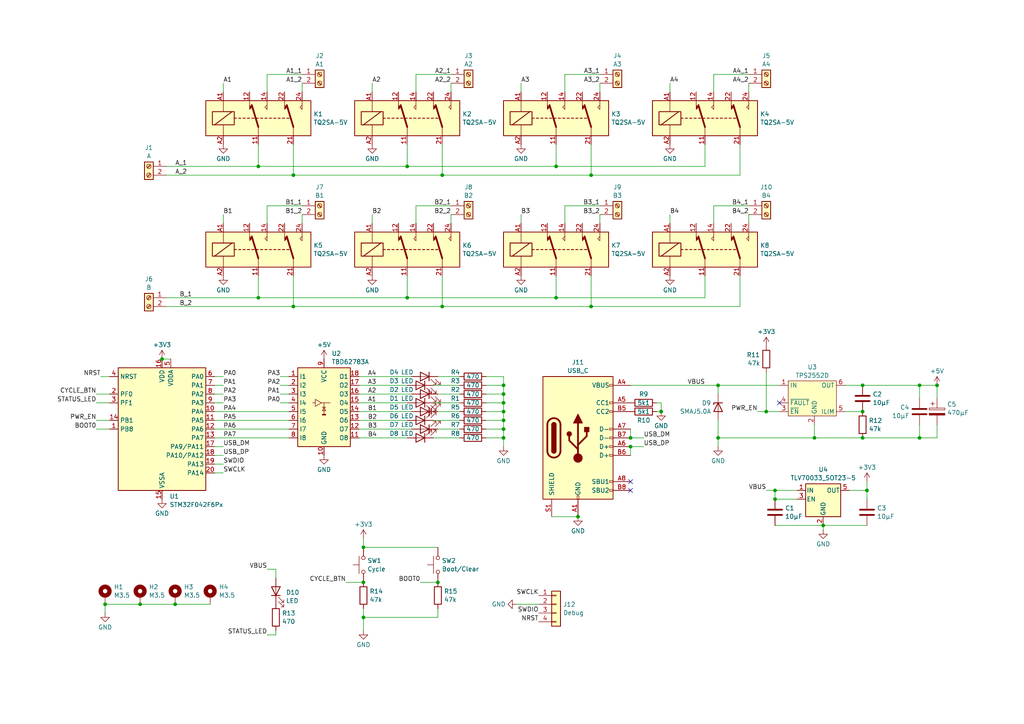
<source format=kicad_sch>
(kicad_sch (version 20230121) (generator eeschema)
  (paper "A4")
  (title_block (title "2x4 Relay Mux") (date "2024-02-10") (rev "1") (company "Petteri Aimonen / https://essentialscrap.com/"))
  (lib_symbols
    (symbol "Connector:Screw_Terminal_01x02" (pin_names (offset 1.016) hide)
      (property "Reference" "J" (at 0 2.54 0))
      (property "Value" "Screw_Terminal_01x02" (at 0 -5.08 0))
      (symbol "Screw_Terminal_01x02_1_1"
        (rectangle (start -1.27 1.27) (end 1.27 -3.81) (stroke (width 0.254)) (fill (type background)))
        (circle (center 0 -2.54) (radius 0.635) (stroke (width 0.1524)))
        (polyline (pts (xy -0.5334 -2.2098) (xy 0.3302 -3.048)) (stroke (width 0.1524)))
        (polyline (pts (xy -0.5334 0.3302) (xy 0.3302 -0.508)) (stroke (width 0.1524)))
        (polyline (pts (xy -0.3556 -2.032) (xy 0.508 -2.8702)) (stroke (width 0.1524)))
        (polyline (pts (xy -0.3556 0.508) (xy 0.508 -0.3302)) (stroke (width 0.1524)))
        (circle (center 0 0) (radius 0.635) (stroke (width 0.1524)))
        (pin passive line (at -5.08 0 0) (length 3.81) (name "Pin_1") (number "1"))
        (pin passive line (at -5.08 -2.54 0) (length 3.81) (name "Pin_2") (number "2"))
      )
    )
    (symbol "Connector:USB_C_Receptacle_USB2.0" (pin_names (offset 1.016))
      (property "Reference" "J" (at -10.16 19.05 0))
      (property "Value" "USB_C_Receptacle_USB2.0" (at 19.05 19.05 0))
      (symbol "USB_C_Receptacle_USB2.0_0_0"
        (rectangle (start -0.254 -17.78) (end 0.254 -16.764))
        (rectangle (start 10.16 -14.986) (end 9.144 -15.494))
        (rectangle (start 10.16 -12.446) (end 9.144 -12.954))
        (rectangle (start 10.16 -4.826) (end 9.144 -5.334))
        (rectangle (start 10.16 -2.286) (end 9.144 -2.794))
        (rectangle (start 10.16 0.254) (end 9.144 -0.254))
        (rectangle (start 10.16 2.794) (end 9.144 2.286))
        (rectangle (start 10.16 7.874) (end 9.144 7.366))
        (rectangle (start 10.16 10.414) (end 9.144 9.906))
        (rectangle (start 10.16 15.494) (end 9.144 14.986))
      )
      (symbol "USB_C_Receptacle_USB2.0_0_1"
        (rectangle (start -10.16 17.78) (end 10.16 -17.78) (stroke (width 0.254)) (fill (type background)))
        (arc (start -8.89 -3.81) (mid -6.985 -5.7067) (end -5.08 -3.81) (stroke (width 0.508)))
        (arc (start -7.62 -3.81) (mid -6.985 -4.4423) (end -6.35 -3.81) (stroke (width 0.254)))
        (arc (start -7.62 -3.81) (mid -6.985 -4.4423) (end -6.35 -3.81) (stroke (width 0.254)) (fill (type outline)))
        (rectangle (start -7.62 -3.81) (end -6.35 3.81) (stroke (width 0.254)) (fill (type outline)))
        (arc (start -6.35 3.81) (mid -6.985 4.4423) (end -7.62 3.81) (stroke (width 0.254)))
        (arc (start -6.35 3.81) (mid -6.985 4.4423) (end -7.62 3.81) (stroke (width 0.254)) (fill (type outline)))
        (arc (start -5.08 3.81) (mid -6.985 5.7067) (end -8.89 3.81) (stroke (width 0.508)))
        (circle (center -2.54 1.143) (radius 0.635) (stroke (width 0.254)) (fill (type outline)))
        (circle (center 0 -5.842) (radius 1.27) (fill (type outline)))
        (polyline (pts (xy -8.89 -3.81) (xy -8.89 3.81)) (stroke (width 0.508)))
        (polyline (pts (xy -5.08 3.81) (xy -5.08 -3.81)) (stroke (width 0.508)))
        (polyline (pts (xy 0 -5.842) (xy 0 4.318)) (stroke (width 0.508)))
        (polyline (pts (xy 0 -3.302) (xy -2.54 -0.762) (xy -2.54 0.508)) (stroke (width 0.508)))
        (polyline (pts (xy 0 -2.032) (xy 2.54 0.508) (xy 2.54 1.778)) (stroke (width 0.508)))
        (polyline (pts (xy -1.27 4.318) (xy 0 6.858) (xy 1.27 4.318) (xy -1.27 4.318)) (stroke (width 0.254)) (fill (type outline)))
        (rectangle (start 1.905 1.778) (end 3.175 3.048) (stroke (width 0.254)) (fill (type outline)))
      )
      (symbol "USB_C_Receptacle_USB2.0_1_1"
        (pin passive line (at 0 -22.86 90) (length 5.08) (name "GND") (number "A1"))
        (pin passive line (at 0 -22.86 90) (length 5.08) hide (name "GND") (number "A12"))
        (pin passive line (at 15.24 15.24 180) (length 5.08) (name "VBUS") (number "A4"))
        (pin bidirectional line (at 15.24 10.16 180) (length 5.08) (name "CC1") (number "A5"))
        (pin bidirectional line (at 15.24 -2.54 180) (length 5.08) (name "D+") (number "A6"))
        (pin bidirectional line (at 15.24 2.54 180) (length 5.08) (name "D-") (number "A7"))
        (pin bidirectional line (at 15.24 -12.7 180) (length 5.08) (name "SBU1") (number "A8"))
        (pin passive line (at 15.24 15.24 180) (length 5.08) hide (name "VBUS") (number "A9"))
        (pin passive line (at 0 -22.86 90) (length 5.08) hide (name "GND") (number "B1"))
        (pin passive line (at 0 -22.86 90) (length 5.08) hide (name "GND") (number "B12"))
        (pin passive line (at 15.24 15.24 180) (length 5.08) hide (name "VBUS") (number "B4"))
        (pin bidirectional line (at 15.24 7.62 180) (length 5.08) (name "CC2") (number "B5"))
        (pin bidirectional line (at 15.24 -5.08 180) (length 5.08) (name "D+") (number "B6"))
        (pin bidirectional line (at 15.24 0 180) (length 5.08) (name "D-") (number "B7"))
        (pin bidirectional line (at 15.24 -15.24 180) (length 5.08) (name "SBU2") (number "B8"))
        (pin passive line (at 15.24 15.24 180) (length 5.08) hide (name "VBUS") (number "B9"))
        (pin passive line (at -7.62 -22.86 90) (length 5.08) (name "SHIELD") (number "S1"))
      )
    )
    (symbol "Connector_Generic:Conn_01x04" (pin_names (offset 1.016) hide)
      (property "Reference" "J" (at 0 5.08 0))
      (property "Value" "Conn_01x04" (at 0 -7.62 0))
      (symbol "Conn_01x04_1_1"
        (rectangle (start -1.27 -4.953) (end 0 -5.207) (stroke (width 0.1524)))
        (rectangle (start -1.27 -2.413) (end 0 -2.667) (stroke (width 0.1524)))
        (rectangle (start -1.27 0.127) (end 0 -0.127) (stroke (width 0.1524)))
        (rectangle (start -1.27 2.667) (end 0 2.413) (stroke (width 0.1524)))
        (rectangle (start -1.27 3.81) (end 1.27 -6.35) (stroke (width 0.254)) (fill (type background)))
        (pin passive line (at -5.08 2.54 0) (length 3.81) (name "Pin_1") (number "1"))
        (pin passive line (at -5.08 0 0) (length 3.81) (name "Pin_2") (number "2"))
        (pin passive line (at -5.08 -2.54 0) (length 3.81) (name "Pin_3") (number "3"))
        (pin passive line (at -5.08 -5.08 0) (length 3.81) (name "Pin_4") (number "4"))
      )
    )
    (symbol "Device:C" (pin_numbers hide) (pin_names (offset 0.254))
      (property "Reference" "C" (at 0.635 2.54 0))
      (property "Value" "C" (at 0.635 -2.54 0))
      (symbol "C_0_1"
        (polyline (pts (xy -2.032 -0.762) (xy 2.032 -0.762)) (stroke (width 0.508)))
        (polyline (pts (xy -2.032 0.762) (xy 2.032 0.762)) (stroke (width 0.508)))
      )
      (symbol "C_1_1"
        (pin passive line (at 0 3.81 270) (length 2.794) (name "~") (number "1"))
        (pin passive line (at 0 -3.81 90) (length 2.794) (name "~") (number "2"))
      )
    )
    (symbol "Device:C_Polarized" (pin_numbers hide) (pin_names (offset 0.254))
      (property "Reference" "C" (at 0.635 2.54 0))
      (property "Value" "C_Polarized" (at 0.635 -2.54 0))
      (symbol "C_Polarized_0_1"
        (rectangle (start -2.286 0.508) (end 2.286 1.016))
        (polyline (pts (xy -1.778 2.286) (xy -0.762 2.286)))
        (polyline (pts (xy -1.27 2.794) (xy -1.27 1.778)))
        (rectangle (start 2.286 -0.508) (end -2.286 -1.016) (fill (type outline)))
      )
      (symbol "C_Polarized_1_1"
        (pin passive line (at 0 3.81 270) (length 2.794) (name "~") (number "1"))
        (pin passive line (at 0 -3.81 90) (length 2.794) (name "~") (number "2"))
      )
    )
    (symbol "Device:D_Zener" (pin_numbers hide) (pin_names (offset 1.016) hide)
      (property "Reference" "D" (at 0 2.54 0))
      (property "Value" "D_Zener" (at 0 -2.54 0))
      (symbol "D_Zener_0_1"
        (polyline (pts (xy 1.27 0) (xy -1.27 0)))
        (polyline (pts (xy -1.27 -1.27) (xy -1.27 1.27) (xy -0.762 1.27)) (stroke (width 0.254)))
        (polyline (pts (xy 1.27 -1.27) (xy 1.27 1.27) (xy -1.27 0) (xy 1.27 -1.27)) (stroke (width 0.254)))
      )
      (symbol "D_Zener_1_1"
        (pin passive line (at -3.81 0 0) (length 2.54) (name "K") (number "1"))
        (pin passive line (at 3.81 0 180) (length 2.54) (name "A") (number "2"))
      )
    )
    (symbol "Device:LED" (pin_numbers hide) (pin_names (offset 1.016) hide)
      (property "Reference" "D" (at 0 2.54 0))
      (property "Value" "LED" (at 0 -2.54 0))
      (symbol "LED_0_1"
        (polyline (pts (xy -1.27 -1.27) (xy -1.27 1.27)) (stroke (width 0.254)))
        (polyline (pts (xy -1.27 0) (xy 1.27 0)))
        (polyline (pts (xy 1.27 -1.27) (xy 1.27 1.27) (xy -1.27 0) (xy 1.27 -1.27)) (stroke (width 0.254)))
        (polyline (pts (xy -3.048 -0.762) (xy -4.572 -2.286) (xy -3.81 -2.286) (xy -4.572 -2.286) (xy -4.572 -1.524)))
        (polyline (pts (xy -1.778 -0.762) (xy -3.302 -2.286) (xy -2.54 -2.286) (xy -3.302 -2.286) (xy -3.302 -1.524)))
      )
      (symbol "LED_1_1"
        (pin passive line (at -3.81 0 0) (length 2.54) (name "K") (number "1"))
        (pin passive line (at 3.81 0 180) (length 2.54) (name "A") (number "2"))
      )
    )
    (symbol "Device:R" (pin_numbers hide) (pin_names (offset 0))
      (property "Reference" "R" (at 2.032 0 90))
      (property "Value" "R" (at 0 0 90))
      (symbol "R_0_1"
        (rectangle (start -1.016 -2.54) (end 1.016 2.54) (stroke (width 0.254)))
      )
      (symbol "R_1_1"
        (pin passive line (at 0 3.81 270) (length 1.27) (name "~") (number "1"))
        (pin passive line (at 0 -3.81 90) (length 1.27) (name "~") (number "2"))
      )
    )
    (symbol "MCU_ST_STM32F0:STM32F042F4Px"
      (property "Reference" "U" (at -12.7 19.05 0))
      (property "Value" "STM32F042F4Px" (at 5.08 19.05 0))
      (symbol "STM32F042F4Px_0_1"
        (rectangle (start -12.7 -17.78) (end 12.7 17.78) (stroke (width 0.254)) (fill (type background)))
      )
      (symbol "STM32F042F4Px_1_1"
        (pin bidirectional line (at -15.24 0 0) (length 2.54) (name "PB8") (number "1"))
        (pin bidirectional line (at 15.24 5.08 180) (length 2.54) (name "PA4") (number "10"))
        (pin bidirectional line (at 15.24 2.54 180) (length 2.54) (name "PA5") (number "11"))
        (pin bidirectional line (at 15.24 0 180) (length 2.54) (name "PA6") (number "12"))
        (pin bidirectional line (at 15.24 -2.54 180) (length 2.54) (name "PA7") (number "13"))
        (pin bidirectional line (at -15.24 2.54 0) (length 2.54) (name "PB1") (number "14"))
        (pin power_in line (at 0 -20.32 90) (length 2.54) (name "VSSA") (number "15"))
        (pin power_in line (at 0 20.32 270) (length 2.54) (name "VDD") (number "16"))
        (pin bidirectional line (at 15.24 -5.08 180) (length 2.54) (name "PA9/PA11") (number "17"))
        (pin bidirectional line (at 15.24 -7.62 180) (length 2.54) (name "PA10/PA12") (number "18"))
        (pin bidirectional line (at 15.24 -10.16 180) (length 2.54) (name "PA13") (number "19"))
        (pin bidirectional line (at -15.24 10.16 0) (length 2.54) (name "PF0") (number "2"))
        (pin bidirectional line (at 15.24 -12.7 180) (length 2.54) (name "PA14") (number "20"))
        (pin bidirectional line (at -15.24 7.62 0) (length 2.54) (name "PF1") (number "3"))
        (pin input line (at -15.24 15.24 0) (length 2.54) (name "NRST") (number "4"))
        (pin power_in line (at 2.54 20.32 270) (length 2.54) (name "VDDA") (number "5"))
        (pin bidirectional line (at 15.24 15.24 180) (length 2.54) (name "PA0") (number "6"))
        (pin bidirectional line (at 15.24 12.7 180) (length 2.54) (name "PA1") (number "7"))
        (pin bidirectional line (at 15.24 10.16 180) (length 2.54) (name "PA2") (number "8"))
        (pin bidirectional line (at 15.24 7.62 180) (length 2.54) (name "PA3") (number "9"))
      )
    )
    (symbol "Mechanical:MountingHole_Pad" (pin_numbers hide) (pin_names (offset 1.016) hide)
      (property "Reference" "H" (at 0 6.35 0))
      (property "Value" "MountingHole_Pad" (at 0 4.445 0))
      (symbol "MountingHole_Pad_0_1"
        (circle (center 0 1.27) (radius 1.27) (stroke (width 1.27)))
      )
      (symbol "MountingHole_Pad_1_1"
        (pin input line (at 0 -2.54 90) (length 2.54) (name "1") (number "1"))
      )
    )
    (symbol "Regulator_Linear:TLV70033_SOT23-5" (pin_names (offset 0.254))
      (property "Reference" "U" (at -3.81 5.715 0))
      (property "Value" "TLV70033_SOT23-5" (at 0 5.715 0))
      (symbol "TLV70033_SOT23-5_0_1"
        (rectangle (start -5.08 4.445) (end 5.08 -5.08) (stroke (width 0.254)) (fill (type background)))
      )
      (symbol "TLV70033_SOT23-5_1_1"
        (pin power_in line (at -7.62 2.54 0) (length 2.54) (name "IN") (number "1"))
        (pin power_in line (at 0 -7.62 90) (length 2.54) (name "GND") (number "2"))
        (pin input line (at -7.62 0 0) (length 2.54) (name "EN") (number "3"))
        (pin no_connect line (at 5.08 0 180) (length 2.54) hide (name "NC") (number "4"))
        (pin power_out line (at 7.62 2.54 180) (length 2.54) (name "OUT") (number "5"))
      )
    )
    (symbol "Relay:Relay_DPDT"
      (property "Reference" "K" (at 16.51 3.81 0))
      (property "Value" "Relay_DPDT" (at 16.51 1.27 0))
      (symbol "Relay_DPDT_0_1"
        (rectangle (start -15.24 5.08) (end 15.24 -5.08) (stroke (width 0.254)) (fill (type background)))
        (rectangle (start -13.335 1.905) (end -6.985 -1.905) (stroke (width 0.254)))
        (polyline (pts (xy -12.7 -1.905) (xy -7.62 1.905)) (stroke (width 0.254)))
        (polyline (pts (xy -10.16 -5.08) (xy -10.16 -1.905)))
        (polyline (pts (xy -10.16 5.08) (xy -10.16 1.905)))
        (polyline (pts (xy -6.985 0) (xy -6.35 0)) (stroke (width 0.254)))
        (polyline (pts (xy -5.715 0) (xy -5.08 0)) (stroke (width 0.254)))
        (polyline (pts (xy -4.445 0) (xy -3.81 0)) (stroke (width 0.254)))
        (polyline (pts (xy -3.175 0) (xy -2.54 0)) (stroke (width 0.254)))
        (polyline (pts (xy -1.905 0) (xy -1.27 0)) (stroke (width 0.254)))
        (polyline (pts (xy -0.635 0) (xy 0 0)) (stroke (width 0.254)))
        (polyline (pts (xy 0 -2.54) (xy -1.905 3.81)) (stroke (width 0.508)))
        (polyline (pts (xy 0 -2.54) (xy 0 -5.08)))
        (polyline (pts (xy 0.635 0) (xy 1.27 0)) (stroke (width 0.254)))
        (polyline (pts (xy 1.905 0) (xy 2.54 0)) (stroke (width 0.254)))
        (polyline (pts (xy 3.175 0) (xy 3.81 0)) (stroke (width 0.254)))
        (polyline (pts (xy 4.445 0) (xy 5.08 0)) (stroke (width 0.254)))
        (polyline (pts (xy 5.715 0) (xy 6.35 0)) (stroke (width 0.254)))
        (polyline (pts (xy 6.985 0) (xy 7.62 0)) (stroke (width 0.254)))
        (polyline (pts (xy 8.255 0) (xy 8.89 0)) (stroke (width 0.254)))
        (polyline (pts (xy 10.16 -2.54) (xy 8.255 3.81)) (stroke (width 0.508)))
        (polyline (pts (xy 10.16 -2.54) (xy 10.16 -5.08)))
        (polyline (pts (xy -2.54 5.08) (xy -2.54 2.54) (xy -1.905 3.175) (xy -2.54 3.81)) (fill (type outline)))
        (polyline (pts (xy 2.54 5.08) (xy 2.54 2.54) (xy 1.905 3.175) (xy 2.54 3.81)))
        (polyline (pts (xy 7.62 5.08) (xy 7.62 2.54) (xy 8.255 3.175) (xy 7.62 3.81)) (fill (type outline)))
        (polyline (pts (xy 12.7 5.08) (xy 12.7 2.54) (xy 12.065 3.175) (xy 12.7 3.81)))
      )
      (symbol "Relay_DPDT_1_1"
        (pin passive line (at 0 -7.62 90) (length 2.54) (name "~") (number "11"))
        (pin passive line (at -2.54 7.62 270) (length 2.54) (name "~") (number "12"))
        (pin passive line (at 2.54 7.62 270) (length 2.54) (name "~") (number "14"))
        (pin passive line (at 10.16 -7.62 90) (length 2.54) (name "~") (number "21"))
        (pin passive line (at 7.62 7.62 270) (length 2.54) (name "~") (number "22"))
        (pin passive line (at 12.7 7.62 270) (length 2.54) (name "~") (number "24"))
        (pin passive line (at -10.16 7.62 270) (length 2.54) (name "~") (number "A1"))
        (pin passive line (at -10.16 -7.62 90) (length 2.54) (name "~") (number "A2"))
      )
    )
    (symbol "Switch:SW_Push" (pin_numbers hide) (pin_names (offset 1.016) hide)
      (property "Reference" "SW" (at 1.27 2.54 0))
      (property "Value" "SW_Push" (at 0 -1.524 0))
      (symbol "SW_Push_0_1"
        (circle (center -2.032 0) (radius 0.508))
        (polyline (pts (xy 0 1.27) (xy 0 3.048)))
        (polyline (pts (xy 2.54 1.27) (xy -2.54 1.27)))
        (circle (center 2.032 0) (radius 0.508))
        (pin passive line (at -5.08 0 0) (length 2.54) (name "1") (number "1"))
        (pin passive line (at 5.08 0 180) (length 2.54) (name "2") (number "2"))
      )
    )
    (symbol "Transistor_Array:TBD62783A"
      (property "Reference" "U" (at -7.62 11.43 0))
      (property "Value" "TBD62783A" (at 1.27 11.43 0))
      (symbol "TBD62783A_0_1"
        (rectangle (start -7.62 10.16) (end 7.62 -12.7) (stroke (width 0.254)) (fill (type background)))
        (rectangle (start -0.508 -3.302) (end 0.508 -3.556) (fill (type outline)))
        (polyline (pts (xy -1.778 -2.794) (xy -1.778 -2.794)) (stroke (width 0.254)))
        (polyline (pts (xy -1.778 -2.032) (xy -1.778 -2.032)) (stroke (width 0.254)))
        (polyline (pts (xy -1.778 -1.27) (xy -1.778 -1.27)) (stroke (width 0.254)))
        (polyline (pts (xy -1.778 1.27) (xy -1.778 1.27)) (stroke (width 0.254)))
        (polyline (pts (xy -1.778 2.032) (xy -1.778 2.032)) (stroke (width 0.254)))
        (polyline (pts (xy -1.778 2.794) (xy -1.778 2.794)) (stroke (width 0.254)))
        (polyline (pts (xy -0.762 0) (xy 1.778 0)))
        (polyline (pts (xy -0.508 -1.27) (xy 0.508 -1.27)))
        (polyline (pts (xy 0 0) (xy 0 -3.302)))
        (polyline (pts (xy 0 0) (xy 0 0)) (stroke (width 0.508)))
        (polyline (pts (xy 0 -1.27) (xy -0.508 -2.286) (xy 0.508 -2.286) (xy 0 -1.27)))
        (polyline (pts (xy -3.302 0) (xy -2.54 0) (xy -2.54 1.016) (xy -0.762 0) (xy -2.54 -1.016) (xy -2.54 0)))
      )
      (symbol "TBD62783A_1_1"
        (pin input line (at -10.16 7.62 0) (length 2.54) (name "I1") (number "1"))
        (pin power_in line (at 0 -15.24 90) (length 2.54) (name "GND") (number "10"))
        (pin open_emitter line (at 10.16 -10.16 180) (length 2.54) (name "O8") (number "11"))
        (pin open_emitter line (at 10.16 -7.62 180) (length 2.54) (name "O7") (number "12"))
        (pin open_emitter line (at 10.16 -5.08 180) (length 2.54) (name "O6") (number "13"))
        (pin open_emitter line (at 10.16 -2.54 180) (length 2.54) (name "O5") (number "14"))
        (pin open_emitter line (at 10.16 0 180) (length 2.54) (name "O4") (number "15"))
        (pin open_emitter line (at 10.16 2.54 180) (length 2.54) (name "O3") (number "16"))
        (pin open_emitter line (at 10.16 5.08 180) (length 2.54) (name "O2") (number "17"))
        (pin open_emitter line (at 10.16 7.62 180) (length 2.54) (name "O1") (number "18"))
        (pin input line (at -10.16 5.08 0) (length 2.54) (name "I2") (number "2"))
        (pin input line (at -10.16 2.54 0) (length 2.54) (name "I3") (number "3"))
        (pin input line (at -10.16 0 0) (length 2.54) (name "I4") (number "4"))
        (pin input line (at -10.16 -2.54 0) (length 2.54) (name "I5") (number "5"))
        (pin input line (at -10.16 -5.08 0) (length 2.54) (name "I6") (number "6"))
        (pin input line (at -10.16 -7.62 0) (length 2.54) (name "I7") (number "7"))
        (pin input line (at -10.16 -10.16 0) (length 2.54) (name "I8") (number "8"))
        (pin power_in line (at 0 12.7 270) (length 2.54) (name "VCC") (number "9"))
      )
    )
    (symbol "power:+3V3" (power) (pin_names (offset 0))
      (property "Value" "+3V3" (at 0 3.556 0))
      (symbol "+3V3_0_1"
        (polyline (pts (xy -0.762 1.27) (xy 0 2.54)))
        (polyline (pts (xy 0 0) (xy 0 2.54)))
        (polyline (pts (xy 0 2.54) (xy 0.762 1.27)))
      )
      (symbol "+3V3_1_1"
        (pin power_in line (at 0 0 90) (length 0) hide (name "+3V3") (number "1"))
      )
    )
    (symbol "power:+5V" (power) (pin_names (offset 0))
      (property "Value" "+5V" (at 0 3.556 0))
      (symbol "+5V_0_1"
        (polyline (pts (xy -0.762 1.27) (xy 0 2.54)))
        (polyline (pts (xy 0 0) (xy 0 2.54)))
        (polyline (pts (xy 0 2.54) (xy 0.762 1.27)))
      )
      (symbol "+5V_1_1"
        (pin power_in line (at 0 0 90) (length 0) hide (name "+5V") (number "1"))
      )
    )
    (symbol "power:GND" (power) (pin_names (offset 0))
      (property "Value" "GND" (at 0 -3.81 0))
      (symbol "GND_0_1"
        (polyline (pts (xy 0 0) (xy 0 -1.27) (xy 1.27 -1.27) (xy 0 -2.54) (xy -1.27 -1.27) (xy 0 -1.27)))
      )
      (symbol "GND_1_1"
        (pin power_in line (at 0 0 270) (length 0) hide (name "GND") (number "1"))
      )
    )
    (symbol "relaymux:TPS2552D"
      (property "Reference" "U" (at -3.81 8.89 0))
      (property "Value" "TPS2552D" (at 0 6.35 0))
      (symbol "TPS2552D_0_0"
        (pin power_in line (at -10.16 3.81 0) (length 2.54) (name "IN") (number "1"))
        (pin passive line (at 0 -7.62 90) (length 2.54) (name "GND") (number "2"))
        (pin input line (at -10.16 -3.81 0) (length 2.54) (name "~{EN}") (number "3"))
        (pin open_collector line (at -10.16 -1.27 0) (length 2.54) (name "~{FAULT}") (number "4"))
        (pin passive line (at 8.89 -3.81 180) (length 2.54) (name "ILIM") (number "5"))
        (pin power_out line (at 8.89 3.81 180) (length 2.54) (name "OUT") (number "6"))
      )
      (symbol "TPS2552D_1_1"
        (rectangle (start -7.62 5.08) (end 6.35 -5.08) (fill (type background)))
      )
    )
  )
  (junction (at 50.8 175.26))
  (junction (at 146.05 111.76))
  (junction (at 85.09 50.8))
  (junction (at 118.11 48.26))
  (junction (at 146.05 127))
  (junction (at 171.45 88.9))
  (junction (at 40.64 175.26))
  (junction (at 208.28 111.76))
  (junction (at 161.29 48.26))
  (junction (at 105.41 179.07))
  (junction (at 251.46 142.24))
  (junction (at 191.77 119.38))
  (junction (at 224.79 142.24))
  (junction (at 105.41 168.91))
  (junction (at 271.78 111.76))
  (junction (at 146.05 121.92))
  (junction (at 236.22 127))
  (junction (at 105.41 158.75))
  (junction (at 222.25 119.38))
  (junction (at 182.88 129.54))
  (junction (at 182.88 127))
  (junction (at 238.76 152.4))
  (junction (at 250.19 119.38))
  (junction (at 250.19 111.76))
  (junction (at 146.05 116.84))
  (junction (at 146.05 119.38))
  (junction (at 128.27 50.8))
  (junction (at 224.79 144.78))
  (junction (at 74.93 86.36))
  (junction (at 167.64 149.86))
  (junction (at 266.7 111.76))
  (junction (at 46.99 104.14))
  (junction (at 128.27 88.9))
  (junction (at 127 168.91))
  (junction (at 85.09 88.9))
  (junction (at 118.11 86.36))
  (junction (at 146.05 114.3))
  (junction (at 74.93 48.26))
  (junction (at 250.19 127))
  (junction (at 30.48 175.26))
  (junction (at 266.7 127))
  (junction (at 146.05 124.46))
  (junction (at 161.29 86.36))
  (junction (at 208.28 127))
  (junction (at 171.45 50.8))
  (no_connect (at 182.88 139.7))
  (no_connect (at 226.06 116.84))
  (no_connect (at 182.88 142.24))
  (wire (pts (xy 128.27 50.8) (xy 171.45 50.8)))
  (wire (pts (xy 40.64 175.26) (xy 50.8 175.26)))
  (wire (pts (xy 173.99 64.77) (xy 173.99 62.23)))
  (wire (pts (xy 130.81 64.77) (xy 130.81 62.23)))
  (wire (pts (xy 146.05 114.3) (xy 146.05 111.76)))
  (wire (pts (xy 27.94 114.3) (xy 31.75 114.3)))
  (wire (pts (xy 100.33 168.91) (xy 105.41 168.91)))
  (wire (pts (xy 62.23 116.84) (xy 64.77 116.84)))
  (wire (pts (xy 194.31 62.23) (xy 194.31 64.77)))
  (wire (pts (xy 130.81 59.69) (xy 120.65 59.69)))
  (wire (pts (xy 128.27 88.9) (xy 128.27 80.01)))
  (wire (pts (xy 127 176.53) (xy 127 179.07)))
  (wire (pts (xy 81.28 116.84) (xy 83.82 116.84)))
  (wire (pts (xy 62.23 114.3) (xy 64.77 114.3)))
  (wire (pts (xy 64.77 129.54) (xy 62.23 129.54)))
  (wire (pts (xy 140.97 124.46) (xy 146.05 124.46)))
  (wire (pts (xy 251.46 139.7) (xy 251.46 142.24)))
  (wire (pts (xy 161.29 86.36) (xy 204.47 86.36)))
  (wire (pts (xy 105.41 179.07) (xy 127 179.07)))
  (wire (pts (xy 77.47 21.59) (xy 77.47 26.67)))
  (wire (pts (xy 266.7 123.19) (xy 266.7 127)))
  (wire (pts (xy 74.93 86.36) (xy 118.11 86.36)))
  (wire (pts (xy 30.48 177.8) (xy 30.48 175.26)))
  (wire (pts (xy 204.47 48.26) (xy 204.47 41.91)))
  (wire (pts (xy 161.29 48.26) (xy 161.29 41.91)))
  (wire (pts (xy 104.14 121.92) (xy 118.11 121.92)))
  (wire (pts (xy 271.78 127) (xy 271.78 123.19)))
  (wire (pts (xy 186.69 127) (xy 182.88 127)))
  (wire (pts (xy 207.01 59.69) (xy 207.01 64.77)))
  (wire (pts (xy 222.25 119.38) (xy 226.06 119.38)))
  (wire (pts (xy 62.23 109.22) (xy 64.77 109.22)))
  (wire (pts (xy 140.97 111.76) (xy 146.05 111.76)))
  (wire (pts (xy 81.28 109.22) (xy 83.82 109.22)))
  (wire (pts (xy 186.69 129.54) (xy 182.88 129.54)))
  (wire (pts (xy 118.11 86.36) (xy 161.29 86.36)))
  (wire (pts (xy 74.93 86.36) (xy 74.93 80.01)))
  (wire (pts (xy 105.41 156.21) (xy 105.41 158.75)))
  (wire (pts (xy 80.01 165.1) (xy 80.01 167.64)))
  (wire (pts (xy 104.14 124.46) (xy 119.38 124.46)))
  (wire (pts (xy 208.28 111.76) (xy 208.28 114.3)))
  (wire (pts (xy 105.41 176.53) (xy 105.41 179.07)))
  (wire (pts (xy 121.92 168.91) (xy 127 168.91)))
  (wire (pts (xy 27.94 121.92) (xy 31.75 121.92)))
  (wire (pts (xy 191.77 116.84) (xy 190.5 116.84)))
  (wire (pts (xy 173.99 26.67) (xy 173.99 24.13)))
  (wire (pts (xy 104.14 119.38) (xy 119.38 119.38)))
  (wire (pts (xy 105.41 182.88) (xy 105.41 179.07)))
  (wire (pts (xy 62.23 121.92) (xy 83.82 121.92)))
  (wire (pts (xy 30.48 175.26) (xy 40.64 175.26)))
  (wire (pts (xy 222.25 142.24) (xy 224.79 142.24)))
  (wire (pts (xy 87.63 26.67) (xy 87.63 24.13)))
  (wire (pts (xy 171.45 88.9) (xy 171.45 80.01)))
  (wire (pts (xy 48.26 88.9) (xy 85.09 88.9)))
  (wire (pts (xy 140.97 119.38) (xy 146.05 119.38)))
  (wire (pts (xy 146.05 116.84) (xy 146.05 114.3)))
  (wire (pts (xy 64.77 24.13) (xy 64.77 26.67)))
  (wire (pts (xy 85.09 50.8) (xy 128.27 50.8)))
  (wire (pts (xy 74.93 48.26) (xy 118.11 48.26)))
  (wire (pts (xy 182.88 111.76) (xy 208.28 111.76)))
  (wire (pts (xy 146.05 127) (xy 146.05 124.46)))
  (wire (pts (xy 127 119.38) (xy 133.35 119.38)))
  (wire (pts (xy 107.95 62.23) (xy 107.95 64.77)))
  (wire (pts (xy 182.88 129.54) (xy 182.88 132.08)))
  (wire (pts (xy 62.23 124.46) (xy 83.82 124.46)))
  (wire (pts (xy 130.81 26.67) (xy 130.81 24.13)))
  (wire (pts (xy 125.73 111.76) (xy 133.35 111.76)))
  (wire (pts (xy 104.14 114.3) (xy 119.38 114.3)))
  (wire (pts (xy 27.94 116.84) (xy 31.75 116.84)))
  (wire (pts (xy 104.14 127) (xy 118.11 127)))
  (wire (pts (xy 238.76 152.4) (xy 251.46 152.4)))
  (wire (pts (xy 224.79 152.4) (xy 238.76 152.4)))
  (wire (pts (xy 104.14 109.22) (xy 119.38 109.22)))
  (wire (pts (xy 266.7 127) (xy 271.78 127)))
  (wire (pts (xy 163.83 59.69) (xy 163.83 64.77)))
  (wire (pts (xy 182.88 127) (xy 182.88 124.46)))
  (wire (pts (xy 146.05 121.92) (xy 146.05 119.38)))
  (wire (pts (xy 127 124.46) (xy 133.35 124.46)))
  (wire (pts (xy 64.77 62.23) (xy 64.77 64.77)))
  (wire (pts (xy 85.09 88.9) (xy 85.09 80.01)))
  (wire (pts (xy 245.11 111.76) (xy 250.19 111.76)))
  (wire (pts (xy 48.26 48.26) (xy 74.93 48.26)))
  (wire (pts (xy 77.47 59.69) (xy 77.47 64.77)))
  (wire (pts (xy 208.28 127) (xy 208.28 129.54)))
  (wire (pts (xy 87.63 21.59) (xy 77.47 21.59)))
  (wire (pts (xy 125.73 127) (xy 133.35 127)))
  (wire (pts (xy 245.11 119.38) (xy 250.19 119.38)))
  (wire (pts (xy 219.71 119.38) (xy 222.25 119.38)))
  (wire (pts (xy 140.97 121.92) (xy 146.05 121.92)))
  (wire (pts (xy 250.19 127) (xy 266.7 127)))
  (wire (pts (xy 151.13 62.23) (xy 151.13 64.77)))
  (wire (pts (xy 125.73 121.92) (xy 133.35 121.92)))
  (wire (pts (xy 140.97 114.3) (xy 146.05 114.3)))
  (wire (pts (xy 87.63 59.69) (xy 77.47 59.69)))
  (wire (pts (xy 62.23 111.76) (xy 64.77 111.76)))
  (wire (pts (xy 204.47 86.36) (xy 204.47 80.01)))
  (wire (pts (xy 62.23 134.62) (xy 64.77 134.62)))
  (wire (pts (xy 74.93 48.26) (xy 74.93 41.91)))
  (wire (pts (xy 224.79 144.78) (xy 231.14 144.78)))
  (wire (pts (xy 222.25 107.95) (xy 222.25 119.38)))
  (wire (pts (xy 236.22 127) (xy 250.19 127)))
  (wire (pts (xy 105.41 158.75) (xy 127 158.75)))
  (wire (pts (xy 87.63 64.77) (xy 87.63 62.23)))
  (wire (pts (xy 48.26 50.8) (xy 85.09 50.8)))
  (wire (pts (xy 146.05 119.38) (xy 146.05 116.84)))
  (wire (pts (xy 81.28 114.3) (xy 83.82 114.3)))
  (wire (pts (xy 171.45 88.9) (xy 214.63 88.9)))
  (wire (pts (xy 127 109.22) (xy 133.35 109.22)))
  (wire (pts (xy 146.05 124.46) (xy 146.05 121.92)))
  (wire (pts (xy 191.77 116.84) (xy 191.77 119.38)))
  (wire (pts (xy 62.23 132.08) (xy 64.77 132.08)))
  (wire (pts (xy 128.27 50.8) (xy 128.27 41.91)))
  (wire (pts (xy 146.05 109.22) (xy 140.97 109.22)))
  (wire (pts (xy 85.09 50.8) (xy 85.09 41.91)))
  (wire (pts (xy 161.29 86.36) (xy 161.29 80.01)))
  (wire (pts (xy 250.19 111.76) (xy 266.7 111.76)))
  (wire (pts (xy 62.23 127) (xy 83.82 127)))
  (wire (pts (xy 251.46 142.24) (xy 251.46 144.78)))
  (wire (pts (xy 104.14 116.84) (xy 118.11 116.84)))
  (wire (pts (xy 85.09 88.9) (xy 128.27 88.9)))
  (wire (pts (xy 208.28 127) (xy 236.22 127)))
  (wire (pts (xy 217.17 64.77) (xy 217.17 62.23)))
  (wire (pts (xy 62.23 119.38) (xy 83.82 119.38)))
  (wire (pts (xy 128.27 88.9) (xy 171.45 88.9)))
  (wire (pts (xy 217.17 21.59) (xy 207.01 21.59)))
  (wire (pts (xy 118.11 86.36) (xy 118.11 80.01)))
  (wire (pts (xy 214.63 50.8) (xy 214.63 41.91)))
  (wire (pts (xy 80.01 182.88) (xy 80.01 184.15)))
  (wire (pts (xy 107.95 24.13) (xy 107.95 26.67)))
  (wire (pts (xy 224.79 142.24) (xy 231.14 142.24)))
  (wire (pts (xy 140.97 127) (xy 146.05 127)))
  (wire (pts (xy 104.14 111.76) (xy 118.11 111.76)))
  (wire (pts (xy 161.29 48.26) (xy 204.47 48.26)))
  (wire (pts (xy 77.47 184.15) (xy 80.01 184.15)))
  (wire (pts (xy 208.28 111.76) (xy 226.06 111.76)))
  (wire (pts (xy 151.13 24.13) (xy 151.13 26.67)))
  (wire (pts (xy 194.31 24.13) (xy 194.31 26.67)))
  (wire (pts (xy 46.99 104.14) (xy 49.53 104.14)))
  (wire (pts (xy 207.01 21.59) (xy 207.01 26.67)))
  (wire (pts (xy 163.83 21.59) (xy 163.83 26.67)))
  (wire (pts (xy 29.21 109.22) (xy 31.75 109.22)))
  (wire (pts (xy 48.26 86.36) (xy 74.93 86.36)))
  (wire (pts (xy 217.17 59.69) (xy 207.01 59.69)))
  (wire (pts (xy 125.73 116.84) (xy 133.35 116.84)))
  (wire (pts (xy 81.28 111.76) (xy 83.82 111.76)))
  (wire (pts (xy 191.77 119.38) (xy 190.5 119.38)))
  (wire (pts (xy 130.81 21.59) (xy 120.65 21.59)))
  (wire (pts (xy 217.17 26.67) (xy 217.17 24.13)))
  (wire (pts (xy 77.47 165.1) (xy 80.01 165.1)))
  (wire (pts (xy 118.11 48.26) (xy 118.11 41.91)))
  (wire (pts (xy 146.05 111.76) (xy 146.05 109.22)))
  (wire (pts (xy 120.65 21.59) (xy 120.65 26.67)))
  (wire (pts (xy 266.7 111.76) (xy 266.7 115.57)))
  (wire (pts (xy 140.97 116.84) (xy 146.05 116.84)))
  (wire (pts (xy 127 114.3) (xy 133.35 114.3)))
  (wire (pts (xy 236.22 123.19) (xy 236.22 127)))
  (wire (pts (xy 167.64 149.86) (xy 160.02 149.86)))
  (wire (pts (xy 266.7 111.76) (xy 271.78 111.76)))
  (wire (pts (xy 246.38 142.24) (xy 251.46 142.24)))
  (wire (pts (xy 120.65 59.69) (xy 120.65 64.77)))
  (wire (pts (xy 149.86 175.26) (xy 156.21 175.26)))
  (wire (pts (xy 214.63 88.9) (xy 214.63 80.01)))
  (wire (pts (xy 146.05 129.54) (xy 146.05 127)))
  (wire (pts (xy 224.79 142.24) (xy 224.79 144.78)))
  (wire (pts (xy 171.45 50.8) (xy 171.45 41.91)))
  (wire (pts (xy 271.78 115.57) (xy 271.78 111.76)))
  (wire (pts (xy 62.23 137.16) (xy 64.77 137.16)))
  (wire (pts (xy 173.99 59.69) (xy 163.83 59.69)))
  (wire (pts (xy 173.99 21.59) (xy 163.83 21.59)))
  (wire (pts (xy 27.94 124.46) (xy 31.75 124.46)))
  (wire (pts (xy 171.45 50.8) (xy 214.63 50.8)))
  (wire (pts (xy 50.8 175.26) (xy 60.96 175.26)))
  (wire (pts (xy 238.76 152.4) (xy 238.76 153.67)))
  (wire (pts (xy 208.28 121.92) (xy 208.28 127)))
  (wire (pts (xy 118.11 48.26) (xy 161.29 48.26)))
  (label "B2_1" (at 130.81 59.69 180))
  (label "PA0" (at 81.28 116.84 180))
  (label "B_2" (at 52.07 88.9 0))
  (label "STATUS_LED" (at 77.47 184.15 180))
  (label "PA3" (at 81.28 109.22 180))
  (label "B1_2" (at 87.63 62.23 180))
  (label "A3_2" (at 173.99 24.13 180))
  (label "B4_1" (at 217.17 59.69 180))
  (label "B3_2" (at 173.99 62.23 180))
  (label "A4_2" (at 217.17 24.13 180))
  (label "B4" (at 106.68 127 0))
  (label "USB_DP" (at 64.77 132.08 0))
  (label "VBUS" (at 77.47 165.1 180))
  (label "A1_1" (at 87.63 21.59 180))
  (label "PA2" (at 64.77 114.3 0))
  (label "USB_DP" (at 186.69 129.54 0))
  (label "A1" (at 64.77 24.13 0))
  (label "SWDIO" (at 64.77 134.62 0))
  (label "PA7" (at 64.77 127 0))
  (label "B2_2" (at 130.81 62.23 180))
  (label "PWR_EN" (at 27.94 121.92 180))
  (label "B1" (at 64.77 62.23 0))
  (label "B4" (at 194.31 62.23 0))
  (label "A3_1" (at 173.99 21.59 180))
  (label "PA3" (at 64.77 116.84 0))
  (label "B4_2" (at 217.17 62.23 180))
  (label "PA4" (at 64.77 119.38 0))
  (label "B2" (at 106.68 121.92 0))
  (label "A4" (at 194.31 24.13 0))
  (label "PA1" (at 81.28 114.3 180))
  (label "NRST" (at 29.21 109.22 180))
  (label "PA6" (at 64.77 124.46 0))
  (label "B1" (at 106.68 119.38 0))
  (label "PA2" (at 81.28 111.76 180))
  (label "A1_2" (at 87.63 24.13 180))
  (label "A3" (at 106.68 111.76 0))
  (label "A4_1" (at 217.17 21.59 180))
  (label "A2" (at 107.95 24.13 0))
  (label "STATUS_LED" (at 27.94 116.84 180))
  (label "A2" (at 106.68 114.3 0))
  (label "PWR_EN" (at 219.71 119.38 180))
  (label "A4" (at 106.68 109.22 0))
  (label "VBUS" (at 222.25 142.24 180))
  (label "B2" (at 107.95 62.23 0))
  (label "A1" (at 106.68 116.84 0))
  (label "NRST" (at 156.21 180.34 180))
  (label "B3" (at 106.68 124.46 0))
  (label "SWCLK" (at 156.21 172.72 180))
  (label "B1_1" (at 87.63 59.69 180))
  (label "VBUS" (at 199.39 111.76 0))
  (label "BOOT0" (at 27.94 124.46 180))
  (label "B_1" (at 52.07 86.36 0))
  (label "B3" (at 151.13 62.23 0))
  (label "PA5" (at 64.77 121.92 0))
  (label "A3" (at 151.13 24.13 0))
  (label "A_1" (at 50.8 48.26 0))
  (label "SWCLK" (at 64.77 137.16 0))
  (label "PA0" (at 64.77 109.22 0))
  (label "PA1" (at 64.77 111.76 0))
  (label "CYCLE_BTN" (at 100.33 168.91 180))
  (label "USB_DM" (at 186.69 127 0))
  (label "USB_DM" (at 64.77 129.54 0))
  (label "SWDIO" (at 156.21 177.8 180))
  (label "BOOT0" (at 121.92 168.91 180))
  (label "B3_1" (at 173.99 59.69 180))
  (label "A2_2" (at 130.81 24.13 180))
  (label "CYCLE_BTN" (at 27.94 114.3 180))
  (label "A_2" (at 50.8 50.8 0))
  (label "A2_1" (at 130.81 21.59 180))
  (symbol (lib_id "Relay:Relay_DPDT") (at 74.93 34.29 0) (unit 1)
    (property "Reference" "K1" (at 90.932 33.0779 0) (effects (justify left)))
    (property "Value" "TQ2SA-5V" (at 90.932 35.5021 0) (effects (justify left)))
    (property "Footprint" "relaymux:Relay_TQ2SA" (effects hide))
    (property "MPN" "TQ2SA-5V" (effects hide))
  )
  (symbol (lib_id "power:+3V3") (at 46.99 104.14 0) (unit 1)
    (property "Reference" "#PWR09" (effects hide))
    (property "Value" "+3V3" (at 46.99 100.0069 0))
  )
  (symbol (lib_id "Device:R") (at 137.16 124.46 90) (unit 1)
    (property "Reference" "R7" (at 132.08 123.19 90))
    (property "Value" "470" (at 137.16 124.46 90))
    (property "Footprint" "Resistor_SMD:R_0805_2012Metric" (effects hide))
  )
  (symbol (lib_id "power:GND") (at 93.98 132.08 0) (unit 1)
    (property "Reference" "#PWR012" (effects hide))
    (property "Value" "GND" (at 93.98 136.2131 0))
  )
  (symbol (lib_id "Device:LED") (at 123.19 119.38 180) (unit 1)
    (property "Reference" "D5" (at 114.3 118.11 0))
    (property "Value" "LED" (at 118.11 118.11 0))
    (property "Footprint" "relaymux:LED_LTST-C230" (effects hide))
    (property "MPN" "LTST-C230KGKT" (effects hide))
  )
  (symbol (lib_id "Relay:Relay_DPDT") (at 204.47 34.29 0) (unit 1)
    (property "Reference" "K4" (at 220.472 33.0779 0) (effects (justify left)))
    (property "Value" "TQ2SA-5V" (at 220.472 35.5021 0) (effects (justify left)))
    (property "Footprint" "relaymux:Relay_TQ2SA" (effects hide))
    (property "MPN" "TQ2SA-5V" (effects hide))
  )
  (symbol (lib_id "Device:LED") (at 121.92 127 180) (unit 1)
    (property "Reference" "D8" (at 114.3 125.73 0))
    (property "Value" "LED" (at 118.11 125.73 0))
    (property "Footprint" "relaymux:LED_LTST-C230" (effects hide))
    (property "MPN" "LTST-C230KGKT" (effects hide))
  )
  (symbol (lib_id "Device:R") (at 137.16 109.22 90) (unit 1)
    (property "Reference" "R4" (at 132.08 107.95 90))
    (property "Value" "470" (at 137.16 109.22 90))
    (property "Footprint" "Resistor_SMD:R_0805_2012Metric" (effects hide))
  )
  (symbol (lib_id "Connector:USB_C_Receptacle_USB2.0") (at 167.64 127 0) (unit 1)
    (property "Reference" "J11" (at 167.64 105.0757 0))
    (property "Value" "USB_C" (at 167.64 107.4999 0))
    (property "Footprint" "Connector_USB:USB_C_Receptacle_JAE_DX07S016JA1R1500" (effects hide))
    (property "Datasheet" "https://www.usb.org/sites/default/files/documents/usb_type-c.zip" (effects hide))
  )
  (symbol (lib_id "power:GND") (at 64.77 41.91 0) (unit 1)
    (property "Reference" "#PWR01" (effects hide))
    (property "Value" "GND" (at 64.77 46.0431 0))
  )
  (symbol (lib_id "power:GND") (at 149.86 175.26 270) (mirror x) (unit 1)
    (property "Reference" "#PWR024" (effects hide))
    (property "Value" "GND" (at 146.6851 175.26 90) (effects (justify right)))
  )
  (symbol (lib_id "MCU_ST_STM32F0:STM32F042F4Px") (at 46.99 124.46 0) (unit 1)
    (property "Reference" "U1" (at 49.1841 143.9601 0) (effects (justify left)))
    (property "Value" "STM32F042F6Px" (at 49.1841 146.3843 0) (effects (justify left)))
    (property "Footprint" "Package_SO:TSSOP-20_4.4x6.5mm_P0.65mm" (effects hide))
    (property "Datasheet" "https://www.st.com/resource/en/datasheet/stm32f042f4.pdf" (effects hide))
  )
  (symbol (lib_id "Device:R") (at 137.16 114.3 90) (unit 1)
    (property "Reference" "R2" (at 132.08 113.03 90))
    (property "Value" "470" (at 137.16 114.3 90))
    (property "Footprint" "Resistor_SMD:R_0805_2012Metric" (effects hide))
  )
  (symbol (lib_id "Connector:Screw_Terminal_01x02") (at 43.18 86.36 0) (mirror y) (unit 1)
    (property "Reference" "J6" (at 43.18 80.9457 0))
    (property "Value" "B" (at 43.18 83.3699 0))
    (property "Footprint" "relaymux:Binding_Post_Pair" (effects hide))
  )
  (symbol (lib_id "power:GND") (at 107.95 80.01 0) (unit 1)
    (property "Reference" "#PWR06" (effects hide))
    (property "Value" "GND" (at 107.95 84.1431 0))
  )
  (symbol (lib_id "Regulator_Linear:TLV70033_SOT23-5") (at 238.76 144.78 0) (unit 1)
    (property "Reference" "U4" (at 238.76 136.1907 0))
    (property "Value" "TLV70033_SOT23-5" (at 238.76 138.6149 0))
    (property "Footprint" "Package_TO_SOT_SMD:SOT-23-5" (effects hide))
    (property "Datasheet" "http://www.ti.com/lit/ds/symlink/tlv700.pdf" (effects hide))
  )
  (symbol (lib_id "Mechanical:MountingHole_Pad") (at 40.64 172.72 0) (unit 1)
    (property "Reference" "H2" (at 43.18 170.2379 0) (effects (justify left)))
    (property "Value" "M3.5" (at 43.18 172.6621 0) (effects (justify left)))
    (property "Footprint" "MountingHole:MountingHole_4mm_Pad" (effects hide))
  )
  (symbol (lib_id "Connector:Screw_Terminal_01x02") (at 135.89 59.69 0) (unit 1)
    (property "Reference" "J8" (at 135.89 54.2757 0))
    (property "Value" "B2" (at 135.89 56.6999 0))
    (property "Footprint" "relaymux:Binding_Post_Pair_60deg" (effects hide))
  )
  (symbol (lib_id "power:GND") (at 151.13 80.01 0) (unit 1)
    (property "Reference" "#PWR07" (effects hide))
    (property "Value" "GND" (at 151.13 84.1431 0))
  )
  (symbol (lib_id "Device:R") (at 186.69 119.38 270) (unit 1)
    (property "Reference" "R10" (at 186.69 121.92 90))
    (property "Value" "5k1" (at 186.69 119.38 90))
    (property "Footprint" "Resistor_SMD:R_0805_2012Metric" (effects hide))
  )
  (symbol (lib_id "Transistor_Array:TBD62783A") (at 93.98 116.84 0) (unit 1)
    (property "Reference" "U2" (at 96.1741 102.5357 0) (effects (justify left)))
    (property "Value" "TBD62783A" (at 96.1741 104.9599 0) (effects (justify left)))
    (property "Footprint" "Package_SO:SOP-18_7x12.5mm_P1.27mm" (effects hide))
    (property "Datasheet" "http://toshiba.semicon-storage.com/info/docget.jsp?did=30523&prodName=TBD62783APG" (effects hide))
  )
  (symbol (lib_id "Device:R") (at 80.01 179.07 180) (unit 1)
    (property "Reference" "R13" (at 81.788 177.8579 0) (effects (justify right)))
    (property "Value" "470" (at 81.788 180.2821 0) (effects (justify right)))
    (property "Footprint" "Resistor_SMD:R_0805_2012Metric" (effects hide))
  )
  (symbol (lib_id "Device:C") (at 224.79 148.59 0) (unit 1)
    (property "Reference" "C1" (at 227.711 147.3779 0) (effects (justify left)))
    (property "Value" "10µF" (at 227.711 149.8021 0) (effects (justify left)))
    (property "Footprint" "Capacitor_SMD:C_0805_2012Metric" (effects hide))
  )
  (symbol (lib_id "power:GND") (at 238.76 153.67 0) (unit 1)
    (property "Reference" "#PWR018" (effects hide))
    (property "Value" "GND" (at 238.76 157.8031 0))
  )
  (symbol (lib_id "power:GND") (at 191.77 119.38 0) (mirror y) (unit 1)
    (property "Reference" "#PWR015" (effects hide))
    (property "Value" "GND" (at 191.77 123.5131 0))
  )
  (symbol (lib_id "Device:R") (at 137.16 116.84 90) (unit 1)
    (property "Reference" "R1" (at 132.08 115.57 90))
    (property "Value" "470" (at 137.16 116.84 90))
    (property "Footprint" "Resistor_SMD:R_0805_2012Metric" (effects hide))
  )
  (symbol (lib_id "power:GND") (at 46.99 144.78 0) (unit 1)
    (property "Reference" "#PWR010" (effects hide))
    (property "Value" "GND" (at 46.99 148.9131 0))
  )
  (symbol (lib_id "power:GND") (at 208.28 129.54 0) (mirror y) (unit 1)
    (property "Reference" "#PWR016" (effects hide))
    (property "Value" "GND" (at 208.28 133.6731 0))
  )
  (symbol (lib_id "Mechanical:MountingHole_Pad") (at 60.96 172.72 0) (unit 1)
    (property "Reference" "H4" (at 63.5 170.2379 0) (effects (justify left)))
    (property "Value" "M3.5" (at 63.5 172.6621 0) (effects (justify left)))
    (property "Footprint" "MountingHole:MountingHole_4mm_Pad" (effects hide))
  )
  (symbol (lib_id "Mechanical:MountingHole_Pad") (at 30.48 172.72 0) (unit 1)
    (property "Reference" "H1" (at 33.02 170.2379 0) (effects (justify left)))
    (property "Value" "M3.5" (at 33.02 172.6621 0) (effects (justify left)))
    (property "Footprint" "MountingHole:MountingHole_4mm_Pad" (effects hide))
  )
  (symbol (lib_id "Device:R") (at 186.69 116.84 270) (mirror x) (unit 1)
    (property "Reference" "R9" (at 186.69 114.3 90))
    (property "Value" "5k1" (at 186.69 116.84 90))
    (property "Footprint" "Resistor_SMD:R_0805_2012Metric" (effects hide))
  )
  (symbol (lib_id "Mechanical:MountingHole_Pad") (at 50.8 172.72 0) (unit 1)
    (property "Reference" "H3" (at 53.34 170.2379 0) (effects (justify left)))
    (property "Value" "M3.5" (at 53.34 172.6621 0) (effects (justify left)))
    (property "Footprint" "MountingHole:MountingHole_4mm_Pad" (effects hide))
  )
  (symbol (lib_id "Connector:Screw_Terminal_01x02") (at 43.18 48.26 0) (mirror y) (unit 1)
    (property "Reference" "J1" (at 43.18 42.8457 0))
    (property "Value" "A" (at 43.18 45.2699 0))
    (property "Footprint" "relaymux:Binding_Post_Pair" (effects hide))
  )
  (symbol (lib_id "power:+3V3") (at 105.41 156.21 0) (unit 1)
    (property "Reference" "#PWR022" (effects hide))
    (property "Value" "+3V3" (at 105.41 152.0769 0))
  )
  (symbol (lib_id "Relay:Relay_DPDT") (at 118.11 34.29 0) (unit 1)
    (property "Reference" "K2" (at 134.112 33.0779 0) (effects (justify left)))
    (property "Value" "TQ2SA-5V" (at 134.112 35.5021 0) (effects (justify left)))
    (property "Footprint" "relaymux:Relay_TQ2SA" (effects hide))
    (property "MPN" "TQ2SA-5V" (effects hide))
  )
  (symbol (lib_id "Device:C") (at 250.19 115.57 0) (unit 1)
    (property "Reference" "C2" (at 253.111 114.3579 0) (effects (justify left)))
    (property "Value" "10µF" (at 253.111 116.7821 0) (effects (justify left)))
    (property "Footprint" "Capacitor_SMD:C_0805_2012Metric" (effects hide))
  )
  (symbol (lib_id "Device:D_Zener") (at 208.28 118.11 90) (mirror x) (unit 1)
    (property "Reference" "D9" (at 206.248 116.8979 90) (effects (justify left)))
    (property "Value" "SMAJ5.0A" (at 206.248 119.3221 90) (effects (justify left)))
    (property "Footprint" "Diode_SMD:D_SMA" (effects hide))
  )
  (symbol (lib_id "Connector_Generic:Conn_01x04") (at 161.29 175.26 0) (unit 1)
    (property "Reference" "J12" (at 163.322 175.3179 0) (effects (justify left)))
    (property "Value" "Debug" (at 163.322 177.7421 0) (effects (justify left)))
    (property "Footprint" "relaymux:Pads_1x04_P2.54mm_Vertical" (effects hide))
  )
  (symbol (lib_id "Device:LED") (at 121.92 116.84 0) (mirror y) (unit 1)
    (property "Reference" "D1" (at 114.3 115.57 0))
    (property "Value" "LED" (at 118.11 115.57 0))
    (property "Footprint" "relaymux:LED_LTST-C230" (effects hide))
    (property "MPN" "LTST-C230KGKT" (effects hide))
  )
  (symbol (lib_id "Device:C") (at 251.46 148.59 0) (unit 1)
    (property "Reference" "C3" (at 254.381 147.3779 0) (effects (justify left)))
    (property "Value" "10µF" (at 254.381 149.8021 0) (effects (justify left)))
    (property "Footprint" "Capacitor_SMD:C_0805_2012Metric" (effects hide))
  )
  (symbol (lib_id "Device:R") (at 250.19 123.19 0) (unit 1)
    (property "Reference" "R12" (at 251.968 121.9779 0) (effects (justify left)))
    (property "Value" "47k" (at 251.968 124.4021 0) (effects (justify left)))
    (property "Footprint" "Resistor_SMD:R_0805_2012Metric" (effects hide))
  )
  (symbol (lib_id "power:+3V3") (at 222.25 100.33 0) (unit 1)
    (property "Reference" "#PWR017" (effects hide))
    (property "Value" "+3V3" (at 222.25 96.1969 0))
  )
  (symbol (lib_id "power:GND") (at 64.77 80.01 0) (unit 1)
    (property "Reference" "#PWR05" (effects hide))
    (property "Value" "GND" (at 64.77 84.1431 0))
  )
  (symbol (lib_id "Device:C_Polarized") (at 271.78 119.38 0) (unit 1)
    (property "Reference" "C5" (at 274.701 117.2789 0) (effects (justify left)))
    (property "Value" "470µF" (at 274.701 119.7031 0) (effects (justify left)))
    (property "Footprint" "Capacitor_SMD:CP_Elec_10x10" (effects hide))
  )
  (symbol (lib_id "Device:R") (at 137.16 127 90) (unit 1)
    (property "Reference" "R8" (at 132.08 125.73 90))
    (property "Value" "470" (at 137.16 127 90))
    (property "Footprint" "Resistor_SMD:R_0805_2012Metric" (effects hide))
  )
  (symbol (lib_id "Connector:Screw_Terminal_01x02") (at 179.07 21.59 0) (unit 1)
    (property "Reference" "J4" (at 179.07 16.1757 0))
    (property "Value" "A3" (at 179.07 18.5999 0))
    (property "Footprint" "relaymux:Binding_Post_Pair_120deg" (effects hide))
  )
  (symbol (lib_id "power:GND") (at 194.31 80.01 0) (unit 1)
    (property "Reference" "#PWR08" (effects hide))
    (property "Value" "GND" (at 194.31 84.1431 0))
  )
  (symbol (lib_id "Connector:Screw_Terminal_01x02") (at 222.25 59.69 0) (unit 1)
    (property "Reference" "J10" (at 222.25 54.2757 0))
    (property "Value" "B4" (at 222.25 56.6999 0))
    (property "Footprint" "relaymux:Binding_Post_Pair_60deg" (effects hide))
  )
  (symbol (lib_id "relaymux:TPS2552D") (at 236.22 115.57 0) (unit 1)
    (property "Reference" "U3" (at 235.585 106.4727 0))
    (property "Value" "TPS2552D" (at 235.585 108.8969 0))
    (property "Footprint" "Package_TO_SOT_SMD:SOT-23-6" (effects hide))
  )
  (symbol (lib_id "power:+5V") (at 271.78 111.76 0) (unit 1)
    (property "Reference" "#PWR020" (effects hide))
    (property "Value" "+5V" (at 271.78 107.6269 0))
  )
  (symbol (lib_id "Device:LED") (at 123.19 109.22 0) (mirror y) (unit 1)
    (property "Reference" "D4" (at 114.3 107.95 0))
    (property "Value" "LED" (at 118.11 107.95 0))
    (property "Footprint" "relaymux:LED_LTST-C230" (effects hide))
    (property "MPN" "LTST-C230KGKT" (effects hide))
  )
  (symbol (lib_id "Device:R") (at 137.16 111.76 90) (unit 1)
    (property "Reference" "R3" (at 132.08 110.49 90))
    (property "Value" "470" (at 137.16 111.76 90))
    (property "Footprint" "Resistor_SMD:R_0805_2012Metric" (effects hide))
  )
  (symbol (lib_id "Device:R") (at 137.16 119.38 90) (unit 1)
    (property "Reference" "R5" (at 132.08 118.11 90))
    (property "Value" "470" (at 137.16 119.38 90))
    (property "Footprint" "Resistor_SMD:R_0805_2012Metric" (effects hide))
  )
  (symbol (lib_id "power:+3V3") (at 251.46 139.7 0) (unit 1)
    (property "Reference" "#PWR019" (effects hide))
    (property "Value" "+3V3" (at 251.46 135.5669 0))
  )
  (symbol (lib_id "Device:LED") (at 121.92 111.76 0) (mirror y) (unit 1)
    (property "Reference" "D3" (at 114.3 110.49 0))
    (property "Value" "LED" (at 118.11 110.49 0))
    (property "Footprint" "relaymux:LED_LTST-C230" (effects hide))
    (property "MPN" "LTST-C230KGKT" (effects hide))
  )
  (symbol (lib_id "Connector:Screw_Terminal_01x02") (at 92.71 59.69 0) (unit 1)
    (property "Reference" "J7" (at 92.71 54.2757 0))
    (property "Value" "B1" (at 92.71 56.6999 0))
    (property "Footprint" "relaymux:Binding_Post_Pair_60deg" (effects hide))
  )
  (symbol (lib_id "Relay:Relay_DPDT") (at 74.93 72.39 0) (unit 1)
    (property "Reference" "K5" (at 90.932 71.1779 0) (effects (justify left)))
    (property "Value" "TQ2SA-5V" (at 90.932 73.6021 0) (effects (justify left)))
    (property "Footprint" "relaymux:Relay_TQ2SA" (effects hide))
    (property "MPN" "TQ2SA-5V" (effects hide))
  )
  (symbol (lib_id "Relay:Relay_DPDT") (at 204.47 72.39 0) (unit 1)
    (property "Reference" "K8" (at 220.472 71.1779 0) (effects (justify left)))
    (property "Value" "TQ2SA-5V" (at 220.472 73.6021 0) (effects (justify left)))
    (property "Footprint" "relaymux:Relay_TQ2SA" (effects hide))
    (property "MPN" "TQ2SA-5V" (effects hide))
  )
  (symbol (lib_id "Relay:Relay_DPDT") (at 161.29 34.29 0) (unit 1)
    (property "Reference" "K3" (at 177.292 33.0779 0) (effects (justify left)))
    (property "Value" "TQ2SA-5V" (at 177.292 35.5021 0) (effects (justify left)))
    (property "Footprint" "relaymux:Relay_TQ2SA" (effects hide))
    (property "MPN" "TQ2SA-5V" (effects hide))
  )
  (symbol (lib_id "Device:R") (at 127 172.72 0) (unit 1)
    (property "Reference" "R15" (at 128.778 171.5079 0) (effects (justify left)))
    (property "Value" "47k" (at 128.778 173.9321 0) (effects (justify left)))
    (property "Footprint" "Resistor_SMD:R_0805_2012Metric" (effects hide))
  )
  (symbol (lib_id "power:+5V") (at 93.98 104.14 0) (unit 1)
    (property "Reference" "#PWR011" (effects hide))
    (property "Value" "+5V" (at 93.98 100.0069 0))
  )
  (symbol (lib_id "Relay:Relay_DPDT") (at 118.11 72.39 0) (unit 1)
    (property "Reference" "K6" (at 134.112 71.1779 0) (effects (justify left)))
    (property "Value" "TQ2SA-5V" (at 134.112 73.6021 0) (effects (justify left)))
    (property "Footprint" "relaymux:Relay_TQ2SA" (effects hide))
    (property "MPN" "TQ2SA-5V" (effects hide))
  )
  (symbol (lib_id "Device:R") (at 137.16 121.92 90) (unit 1)
    (property "Reference" "R6" (at 132.08 120.65 90))
    (property "Value" "470" (at 137.16 121.92 90))
    (property "Footprint" "Resistor_SMD:R_0805_2012Metric" (effects hide))
  )
  (symbol (lib_id "power:GND") (at 194.31 41.91 0) (unit 1)
    (property "Reference" "#PWR04" (effects hide))
    (property "Value" "GND" (at 194.31 46.0431 0))
  )
  (symbol (lib_id "power:GND") (at 167.64 149.86 0) (mirror y) (unit 1)
    (property "Reference" "#PWR014" (effects hide))
    (property "Value" "GND" (at 167.64 153.9931 0))
  )
  (symbol (lib_id "Switch:SW_Push") (at 127 163.83 90) (unit 1)
    (property "Reference" "SW2" (at 128.143 162.6179 90) (effects (justify right)))
    (property "Value" "Boot/Clear" (at 128.143 165.0421 90) (effects (justify right)))
    (property "Footprint" "relaymux:SW_320E11" (effects hide))
  )
  (symbol (lib_id "Device:R") (at 105.41 172.72 0) (unit 1)
    (property "Reference" "R14" (at 107.188 171.5079 0) (effects (justify left)))
    (property "Value" "47k" (at 107.188 173.9321 0) (effects (justify left)))
    (property "Footprint" "Resistor_SMD:R_0805_2012Metric" (effects hide))
  )
  (symbol (lib_id "Connector:Screw_Terminal_01x02") (at 179.07 59.69 0) (unit 1)
    (property "Reference" "J9" (at 179.07 54.2757 0))
    (property "Value" "B3" (at 179.07 56.6999 0))
    (property "Footprint" "relaymux:Binding_Post_Pair_60deg" (effects hide))
  )
  (symbol (lib_id "power:GND") (at 105.41 182.88 0) (unit 1)
    (property "Reference" "#PWR023" (effects hide))
    (property "Value" "GND" (at 105.41 187.0131 0))
  )
  (symbol (lib_id "Switch:SW_Push") (at 105.41 163.83 90) (unit 1)
    (property "Reference" "SW1" (at 106.553 162.6179 90) (effects (justify right)))
    (property "Value" "Cycle" (at 106.553 165.0421 90) (effects (justify right)))
    (property "Footprint" "relaymux:SW_320E11" (effects hide))
  )
  (symbol (lib_id "Device:LED") (at 123.19 114.3 0) (mirror y) (unit 1)
    (property "Reference" "D2" (at 114.3 113.03 0))
    (property "Value" "LED" (at 118.11 113.03 0))
    (property "Footprint" "relaymux:LED_LTST-C230" (effects hide))
    (property "MPN" "LTST-C230KGKT" (effects hide))
  )
  (symbol (lib_id "Device:R") (at 222.25 104.14 0) (mirror y) (unit 1)
    (property "Reference" "R11" (at 220.472 102.9279 0) (effects (justify left)))
    (property "Value" "47k" (at 220.472 105.3521 0) (effects (justify left)))
    (property "Footprint" "Resistor_SMD:R_0805_2012Metric" (effects hide))
  )
  (symbol (lib_id "Device:C") (at 266.7 119.38 0) (mirror y) (unit 1)
    (property "Reference" "C4" (at 263.779 118.1679 0) (effects (justify left)))
    (property "Value" "10µF" (at 263.779 120.5921 0) (effects (justify left)))
    (property "Footprint" "Capacitor_SMD:C_0805_2012Metric" (effects hide))
  )
  (symbol (lib_id "power:GND") (at 30.48 177.8 0) (unit 1)
    (property "Reference" "#PWR021" (effects hide))
    (property "Value" "GND" (at 30.48 181.9331 0))
  )
  (symbol (lib_id "power:GND") (at 146.05 129.54 0) (unit 1)
    (property "Reference" "#PWR013" (effects hide))
    (property "Value" "GND" (at 146.05 133.6731 0))
  )
  (symbol (lib_id "power:GND") (at 151.13 41.91 0) (unit 1)
    (property "Reference" "#PWR03" (effects hide))
    (property "Value" "GND" (at 151.13 46.0431 0))
  )
  (symbol (lib_id "Connector:Screw_Terminal_01x02") (at 222.25 21.59 0) (unit 1)
    (property "Reference" "J5" (at 222.25 16.1757 0))
    (property "Value" "A4" (at 222.25 18.5999 0))
    (property "Footprint" "relaymux:Binding_Post_Pair_120deg" (effects hide))
  )
  (symbol (lib_id "Device:LED") (at 123.19 124.46 180) (unit 1)
    (property "Reference" "D7" (at 114.3 123.19 0))
    (property "Value" "LED" (at 118.11 123.19 0))
    (property "Footprint" "relaymux:LED_LTST-C230" (effects hide))
    (property "MPN" "LTST-C230KGKT" (effects hide))
  )
  (symbol (lib_id "Device:LED") (at 121.92 121.92 180) (unit 1)
    (property "Reference" "D6" (at 114.3 120.65 0))
    (property "Value" "LED" (at 118.11 120.65 0))
    (property "Footprint" "relaymux:LED_LTST-C230" (effects hide))
    (property "MPN" "LTST-C230KGKT" (effects hide))
  )
  (symbol (lib_id "Device:LED") (at 80.01 171.45 90) (unit 1)
    (property "Reference" "D10" (at 82.931 171.8254 90) (effects (justify right)))
    (property "Value" "LED" (at 82.931 174.2496 90) (effects (justify right)))
    (property "Footprint" "relaymux:LED_LTST-C230" (effects hide))
    (property "MPN" "LTST-C230KGKT" (effects hide))
  )
  (symbol (lib_id "Connector:Screw_Terminal_01x02") (at 135.89 21.59 0) (unit 1)
    (property "Reference" "J3" (at 135.89 16.1757 0))
    (property "Value" "A2" (at 135.89 18.5999 0))
    (property "Footprint" "relaymux:Binding_Post_Pair_120deg" (effects hide))
  )
  (symbol (lib_id "Connector:Screw_Terminal_01x02") (at 92.71 21.59 0) (unit 1)
    (property "Reference" "J2" (at 92.71 16.1757 0))
    (property "Value" "A1" (at 92.71 18.5999 0))
    (property "Footprint" "relaymux:Binding_Post_Pair_120deg" (effects hide))
  )
  (symbol (lib_id "Relay:Relay_DPDT") (at 161.29 72.39 0) (unit 1)
    (property "Reference" "K7" (at 177.292 71.1779 0) (effects (justify left)))
    (property "Value" "TQ2SA-5V" (at 177.292 73.6021 0) (effects (justify left)))
    (property "Footprint" "relaymux:Relay_TQ2SA" (effects hide))
    (property "MPN" "TQ2SA-5V" (effects hide))
  )
  (symbol (lib_id "power:GND") (at 107.95 41.91 0) (unit 1)
    (property "Reference" "#PWR02" (effects hide))
    (property "Value" "GND" (at 107.95 46.0431 0))
  )
)
</source>
